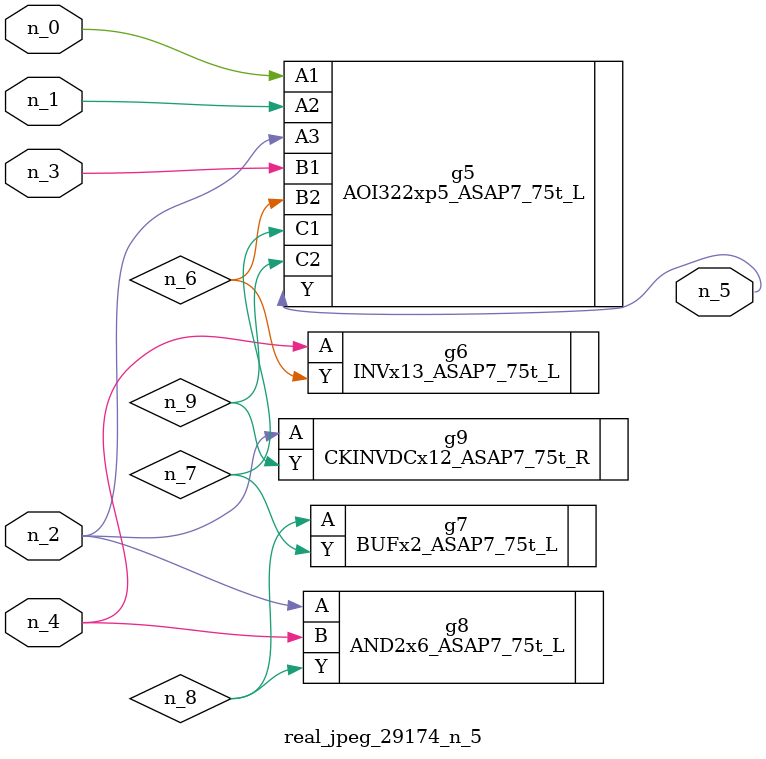
<source format=v>
module real_jpeg_29174_n_5 (n_4, n_0, n_1, n_2, n_3, n_5);

input n_4;
input n_0;
input n_1;
input n_2;
input n_3;

output n_5;

wire n_8;
wire n_6;
wire n_7;
wire n_9;

AOI322xp5_ASAP7_75t_L g5 ( 
.A1(n_0),
.A2(n_1),
.A3(n_2),
.B1(n_3),
.B2(n_6),
.C1(n_7),
.C2(n_9),
.Y(n_5)
);

AND2x6_ASAP7_75t_L g8 ( 
.A(n_2),
.B(n_4),
.Y(n_8)
);

CKINVDCx12_ASAP7_75t_R g9 ( 
.A(n_2),
.Y(n_9)
);

INVx13_ASAP7_75t_L g6 ( 
.A(n_4),
.Y(n_6)
);

BUFx2_ASAP7_75t_L g7 ( 
.A(n_8),
.Y(n_7)
);


endmodule
</source>
